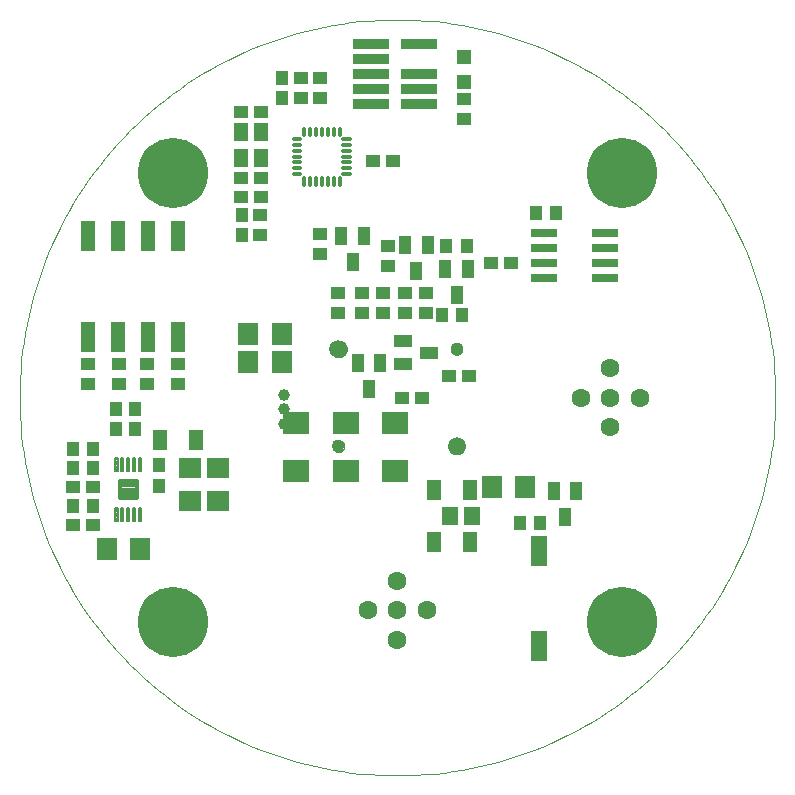
<source format=gts>
G75*
%MOIN*%
%OFA0B0*%
%FSLAX25Y25*%
%IPPOS*%
%LPD*%
%AMOC8*
5,1,8,0,0,1.08239X$1,22.5*
%
%ADD10C,0.00394*%
%ADD11C,0.06306*%
%ADD12C,0.23400*%
%ADD13R,0.09061X0.02762*%
%ADD14R,0.04731X0.04337*%
%ADD15R,0.04337X0.04731*%
%ADD16R,0.05400X0.10400*%
%ADD17C,0.01384*%
%ADD18R,0.12211X0.03550*%
%ADD19R,0.05124X0.05912*%
%ADD20R,0.05124X0.05124*%
%ADD21R,0.04337X0.05912*%
%ADD22R,0.08904X0.07408*%
%ADD23R,0.05124X0.06699*%
%ADD24R,0.05518X0.06306*%
%ADD25C,0.01419*%
%ADD26C,0.00791*%
%ADD27R,0.06699X0.07487*%
%ADD28R,0.07487X0.06699*%
%ADD29C,0.00000*%
%ADD30C,0.04337*%
%ADD31C,0.05912*%
%ADD32R,0.06699X0.07498*%
%ADD33R,0.05912X0.04337*%
%ADD34R,0.04849X0.10006*%
%ADD35C,0.03962*%
D10*
X0001394Y0127378D02*
X0001432Y0130470D01*
X0001546Y0133560D01*
X0001735Y0136646D01*
X0002001Y0139727D01*
X0002341Y0142800D01*
X0002758Y0145864D01*
X0003249Y0148916D01*
X0003815Y0151956D01*
X0004455Y0154981D01*
X0005170Y0157990D01*
X0005958Y0160980D01*
X0006819Y0163949D01*
X0007753Y0166897D01*
X0008759Y0169821D01*
X0009836Y0172719D01*
X0010984Y0175590D01*
X0012202Y0178432D01*
X0013490Y0181243D01*
X0014846Y0184022D01*
X0016270Y0186766D01*
X0017761Y0189475D01*
X0019318Y0192147D01*
X0020940Y0194779D01*
X0022626Y0197371D01*
X0024375Y0199921D01*
X0026187Y0202427D01*
X0028059Y0204887D01*
X0029991Y0207301D01*
X0031982Y0209667D01*
X0034030Y0211984D01*
X0036134Y0214249D01*
X0038294Y0216462D01*
X0040507Y0218622D01*
X0042772Y0220726D01*
X0045089Y0222774D01*
X0047455Y0224765D01*
X0049869Y0226697D01*
X0052329Y0228569D01*
X0054835Y0230381D01*
X0057385Y0232130D01*
X0059977Y0233816D01*
X0062609Y0235438D01*
X0065281Y0236995D01*
X0067990Y0238486D01*
X0070734Y0239910D01*
X0073513Y0241266D01*
X0076324Y0242554D01*
X0079166Y0243772D01*
X0082037Y0244920D01*
X0084935Y0245997D01*
X0087859Y0247003D01*
X0090807Y0247937D01*
X0093776Y0248798D01*
X0096766Y0249586D01*
X0099775Y0250301D01*
X0102800Y0250941D01*
X0105840Y0251507D01*
X0108892Y0251998D01*
X0111956Y0252415D01*
X0115029Y0252755D01*
X0118110Y0253021D01*
X0121196Y0253210D01*
X0124286Y0253324D01*
X0127378Y0253362D01*
X0130470Y0253324D01*
X0133560Y0253210D01*
X0136646Y0253021D01*
X0139727Y0252755D01*
X0142800Y0252415D01*
X0145864Y0251998D01*
X0148916Y0251507D01*
X0151956Y0250941D01*
X0154981Y0250301D01*
X0157990Y0249586D01*
X0160980Y0248798D01*
X0163949Y0247937D01*
X0166897Y0247003D01*
X0169821Y0245997D01*
X0172719Y0244920D01*
X0175590Y0243772D01*
X0178432Y0242554D01*
X0181243Y0241266D01*
X0184022Y0239910D01*
X0186766Y0238486D01*
X0189475Y0236995D01*
X0192147Y0235438D01*
X0194779Y0233816D01*
X0197371Y0232130D01*
X0199921Y0230381D01*
X0202427Y0228569D01*
X0204887Y0226697D01*
X0207301Y0224765D01*
X0209667Y0222774D01*
X0211984Y0220726D01*
X0214249Y0218622D01*
X0216462Y0216462D01*
X0218622Y0214249D01*
X0220726Y0211984D01*
X0222774Y0209667D01*
X0224765Y0207301D01*
X0226697Y0204887D01*
X0228569Y0202427D01*
X0230381Y0199921D01*
X0232130Y0197371D01*
X0233816Y0194779D01*
X0235438Y0192147D01*
X0236995Y0189475D01*
X0238486Y0186766D01*
X0239910Y0184022D01*
X0241266Y0181243D01*
X0242554Y0178432D01*
X0243772Y0175590D01*
X0244920Y0172719D01*
X0245997Y0169821D01*
X0247003Y0166897D01*
X0247937Y0163949D01*
X0248798Y0160980D01*
X0249586Y0157990D01*
X0250301Y0154981D01*
X0250941Y0151956D01*
X0251507Y0148916D01*
X0251998Y0145864D01*
X0252415Y0142800D01*
X0252755Y0139727D01*
X0253021Y0136646D01*
X0253210Y0133560D01*
X0253324Y0130470D01*
X0253362Y0127378D01*
X0253324Y0124286D01*
X0253210Y0121196D01*
X0253021Y0118110D01*
X0252755Y0115029D01*
X0252415Y0111956D01*
X0251998Y0108892D01*
X0251507Y0105840D01*
X0250941Y0102800D01*
X0250301Y0099775D01*
X0249586Y0096766D01*
X0248798Y0093776D01*
X0247937Y0090807D01*
X0247003Y0087859D01*
X0245997Y0084935D01*
X0244920Y0082037D01*
X0243772Y0079166D01*
X0242554Y0076324D01*
X0241266Y0073513D01*
X0239910Y0070734D01*
X0238486Y0067990D01*
X0236995Y0065281D01*
X0235438Y0062609D01*
X0233816Y0059977D01*
X0232130Y0057385D01*
X0230381Y0054835D01*
X0228569Y0052329D01*
X0226697Y0049869D01*
X0224765Y0047455D01*
X0222774Y0045089D01*
X0220726Y0042772D01*
X0218622Y0040507D01*
X0216462Y0038294D01*
X0214249Y0036134D01*
X0211984Y0034030D01*
X0209667Y0031982D01*
X0207301Y0029991D01*
X0204887Y0028059D01*
X0202427Y0026187D01*
X0199921Y0024375D01*
X0197371Y0022626D01*
X0194779Y0020940D01*
X0192147Y0019318D01*
X0189475Y0017761D01*
X0186766Y0016270D01*
X0184022Y0014846D01*
X0181243Y0013490D01*
X0178432Y0012202D01*
X0175590Y0010984D01*
X0172719Y0009836D01*
X0169821Y0008759D01*
X0166897Y0007753D01*
X0163949Y0006819D01*
X0160980Y0005958D01*
X0157990Y0005170D01*
X0154981Y0004455D01*
X0151956Y0003815D01*
X0148916Y0003249D01*
X0145864Y0002758D01*
X0142800Y0002341D01*
X0139727Y0002001D01*
X0136646Y0001735D01*
X0133560Y0001546D01*
X0130470Y0001432D01*
X0127378Y0001394D01*
X0124286Y0001432D01*
X0121196Y0001546D01*
X0118110Y0001735D01*
X0115029Y0002001D01*
X0111956Y0002341D01*
X0108892Y0002758D01*
X0105840Y0003249D01*
X0102800Y0003815D01*
X0099775Y0004455D01*
X0096766Y0005170D01*
X0093776Y0005958D01*
X0090807Y0006819D01*
X0087859Y0007753D01*
X0084935Y0008759D01*
X0082037Y0009836D01*
X0079166Y0010984D01*
X0076324Y0012202D01*
X0073513Y0013490D01*
X0070734Y0014846D01*
X0067990Y0016270D01*
X0065281Y0017761D01*
X0062609Y0019318D01*
X0059977Y0020940D01*
X0057385Y0022626D01*
X0054835Y0024375D01*
X0052329Y0026187D01*
X0049869Y0028059D01*
X0047455Y0029991D01*
X0045089Y0031982D01*
X0042772Y0034030D01*
X0040507Y0036134D01*
X0038294Y0038294D01*
X0036134Y0040507D01*
X0034030Y0042772D01*
X0031982Y0045089D01*
X0029991Y0047455D01*
X0028059Y0049869D01*
X0026187Y0052329D01*
X0024375Y0054835D01*
X0022626Y0057385D01*
X0020940Y0059977D01*
X0019318Y0062609D01*
X0017761Y0065281D01*
X0016270Y0067990D01*
X0014846Y0070734D01*
X0013490Y0073513D01*
X0012202Y0076324D01*
X0010984Y0079166D01*
X0009836Y0082037D01*
X0008759Y0084935D01*
X0007753Y0087859D01*
X0006819Y0090807D01*
X0005958Y0093776D01*
X0005170Y0096766D01*
X0004455Y0099775D01*
X0003815Y0102800D01*
X0003249Y0105840D01*
X0002758Y0108892D01*
X0002341Y0111956D01*
X0002001Y0115029D01*
X0001735Y0118110D01*
X0001546Y0121196D01*
X0001432Y0124286D01*
X0001394Y0127378D01*
D11*
X0117535Y0056512D03*
X0127378Y0056512D03*
X0137220Y0056512D03*
X0127378Y0046669D03*
X0127378Y0066354D03*
X0188402Y0127378D03*
X0198244Y0127378D03*
X0198244Y0137220D03*
X0208087Y0127378D03*
X0198244Y0117535D03*
D12*
X0052575Y0052575D03*
X0052575Y0202181D03*
X0202181Y0202181D03*
X0202181Y0052575D03*
D13*
X0196669Y0167122D03*
X0196669Y0172122D03*
X0196669Y0177122D03*
X0196669Y0182122D03*
X0176197Y0182122D03*
X0176197Y0177122D03*
X0176197Y0172122D03*
X0176197Y0167122D03*
D14*
X0165370Y0172260D03*
X0158677Y0172260D03*
X0136827Y0162220D03*
X0136827Y0155528D03*
X0129740Y0155528D03*
X0129740Y0162220D03*
X0122654Y0162220D03*
X0122654Y0155528D03*
X0115567Y0155528D03*
X0115567Y0162220D03*
X0107693Y0162220D03*
X0107693Y0155528D03*
X0124228Y0171276D03*
X0124228Y0177969D03*
X0101394Y0175213D03*
X0101394Y0181906D03*
X0081709Y0181512D03*
X0081709Y0188205D03*
X0081906Y0194307D03*
X0081906Y0200606D03*
X0075213Y0200606D03*
X0075213Y0194307D03*
X0075213Y0222654D03*
X0081906Y0222654D03*
X0095094Y0227181D03*
X0101394Y0227181D03*
X0101394Y0233874D03*
X0095094Y0233874D03*
X0119307Y0206118D03*
X0126000Y0206118D03*
X0149425Y0220094D03*
X0149425Y0226787D03*
X0151197Y0134465D03*
X0144504Y0134465D03*
X0135449Y0127378D03*
X0128756Y0127378D03*
X0054150Y0131906D03*
X0054150Y0138598D03*
X0043913Y0138598D03*
X0043913Y0131906D03*
X0034465Y0131906D03*
X0034465Y0138598D03*
X0024228Y0138598D03*
X0024228Y0131906D03*
X0026000Y0097457D03*
X0019307Y0097457D03*
X0019307Y0084858D03*
X0026000Y0084858D03*
D15*
X0026000Y0091157D03*
X0019307Y0091157D03*
X0019307Y0103756D03*
X0019307Y0110055D03*
X0026000Y0110055D03*
X0026000Y0103756D03*
X0033677Y0116945D03*
X0039976Y0116945D03*
X0039976Y0123638D03*
X0033677Y0123638D03*
X0047850Y0104740D03*
X0047850Y0098047D03*
X0075409Y0181512D03*
X0075409Y0188205D03*
X0088795Y0227181D03*
X0088795Y0233874D03*
X0143717Y0177772D03*
X0150409Y0177772D03*
X0148835Y0154937D03*
X0142142Y0154937D03*
X0173638Y0188795D03*
X0180331Y0188795D03*
X0174819Y0085646D03*
X0168126Y0085646D03*
D16*
X0174622Y0076197D03*
X0174622Y0044701D03*
D17*
X0108087Y0198342D02*
X0108087Y0200508D01*
X0106118Y0200508D02*
X0106118Y0198342D01*
X0104150Y0198342D02*
X0104150Y0200508D01*
X0102181Y0200508D02*
X0102181Y0198342D01*
X0100213Y0198342D02*
X0100213Y0200508D01*
X0098244Y0200508D02*
X0098244Y0198342D01*
X0096276Y0198342D02*
X0096276Y0200508D01*
X0094996Y0201787D02*
X0092830Y0201787D01*
X0092830Y0203756D02*
X0094996Y0203756D01*
X0094996Y0205724D02*
X0092830Y0205724D01*
X0092830Y0207693D02*
X0094996Y0207693D01*
X0094996Y0209661D02*
X0092830Y0209661D01*
X0092830Y0211630D02*
X0094996Y0211630D01*
X0094996Y0213598D02*
X0092830Y0213598D01*
X0096276Y0214878D02*
X0096276Y0217044D01*
X0098244Y0217044D02*
X0098244Y0214878D01*
X0100213Y0214878D02*
X0100213Y0217044D01*
X0102181Y0217044D02*
X0102181Y0214878D01*
X0104150Y0214878D02*
X0104150Y0217044D01*
X0106118Y0217044D02*
X0106118Y0214878D01*
X0108087Y0214878D02*
X0108087Y0217044D01*
X0109366Y0213598D02*
X0111532Y0213598D01*
X0111532Y0211630D02*
X0109366Y0211630D01*
X0109366Y0209661D02*
X0111532Y0209661D01*
X0111532Y0207693D02*
X0109366Y0207693D01*
X0109366Y0205724D02*
X0111532Y0205724D01*
X0111532Y0203756D02*
X0109366Y0203756D01*
X0109366Y0201787D02*
X0111532Y0201787D01*
D18*
X0118717Y0225252D03*
X0118717Y0230252D03*
X0118717Y0235252D03*
X0118717Y0240252D03*
X0118717Y0245252D03*
X0134465Y0245252D03*
X0134465Y0235252D03*
X0134465Y0230252D03*
X0134465Y0225252D03*
D19*
X0081906Y0215961D03*
X0075213Y0215961D03*
X0075213Y0207299D03*
X0081906Y0207299D03*
D20*
X0149425Y0232693D03*
X0149425Y0240961D03*
D21*
X0116157Y0181315D03*
X0108677Y0181315D03*
X0112417Y0172654D03*
X0129937Y0178165D03*
X0137417Y0178165D03*
X0143323Y0170291D03*
X0150803Y0170291D03*
X0147063Y0161630D03*
X0133677Y0169504D03*
X0121669Y0138795D03*
X0114189Y0138795D03*
X0117929Y0130134D03*
X0179543Y0096276D03*
X0187024Y0096276D03*
X0183283Y0087614D03*
D22*
X0126591Y0102850D03*
X0110055Y0102850D03*
X0110055Y0118874D03*
X0126591Y0118874D03*
X0093520Y0118874D03*
X0093520Y0102850D03*
D23*
X0060055Y0113205D03*
X0048244Y0113205D03*
X0139583Y0096669D03*
X0151394Y0096669D03*
X0151394Y0079346D03*
X0139583Y0079346D03*
D24*
X0144898Y0088008D03*
X0152378Y0088008D03*
D25*
X0040451Y0093832D02*
X0034777Y0093832D01*
X0034777Y0099506D01*
X0040451Y0099506D01*
X0040451Y0093832D01*
X0040451Y0095250D02*
X0034777Y0095250D01*
X0034777Y0096668D02*
X0040451Y0096668D01*
X0040451Y0098086D02*
X0034777Y0098086D01*
X0034777Y0099504D02*
X0040451Y0099504D01*
D26*
X0039978Y0102770D02*
X0039188Y0102770D01*
X0039188Y0107104D01*
X0039978Y0107104D01*
X0039978Y0102770D01*
X0039978Y0103560D02*
X0039188Y0103560D01*
X0039188Y0104350D02*
X0039978Y0104350D01*
X0039978Y0105140D02*
X0039188Y0105140D01*
X0039188Y0105930D02*
X0039978Y0105930D01*
X0039978Y0106720D02*
X0039188Y0106720D01*
X0038009Y0102770D02*
X0037219Y0102770D01*
X0037219Y0107104D01*
X0038009Y0107104D01*
X0038009Y0102770D01*
X0038009Y0103560D02*
X0037219Y0103560D01*
X0037219Y0104350D02*
X0038009Y0104350D01*
X0038009Y0105140D02*
X0037219Y0105140D01*
X0037219Y0105930D02*
X0038009Y0105930D01*
X0038009Y0106720D02*
X0037219Y0106720D01*
X0036041Y0102770D02*
X0035251Y0102770D01*
X0035251Y0107104D01*
X0036041Y0107104D01*
X0036041Y0102770D01*
X0036041Y0103560D02*
X0035251Y0103560D01*
X0035251Y0104350D02*
X0036041Y0104350D01*
X0036041Y0105140D02*
X0035251Y0105140D01*
X0035251Y0105930D02*
X0036041Y0105930D01*
X0036041Y0106720D02*
X0035251Y0106720D01*
X0034072Y0102770D02*
X0033282Y0102770D01*
X0033282Y0107104D01*
X0034072Y0107104D01*
X0034072Y0102770D01*
X0034072Y0103560D02*
X0033282Y0103560D01*
X0033282Y0104350D02*
X0034072Y0104350D01*
X0034072Y0105140D02*
X0033282Y0105140D01*
X0033282Y0105930D02*
X0034072Y0105930D01*
X0034072Y0106720D02*
X0033282Y0106720D01*
X0041156Y0102770D02*
X0041946Y0102770D01*
X0041156Y0102770D02*
X0041156Y0107104D01*
X0041946Y0107104D01*
X0041946Y0102770D01*
X0041946Y0103560D02*
X0041156Y0103560D01*
X0041156Y0104350D02*
X0041946Y0104350D01*
X0041946Y0105140D02*
X0041156Y0105140D01*
X0041156Y0105930D02*
X0041946Y0105930D01*
X0041946Y0106720D02*
X0041156Y0106720D01*
X0041156Y0086235D02*
X0041946Y0086235D01*
X0041156Y0086235D02*
X0041156Y0090569D01*
X0041946Y0090569D01*
X0041946Y0086235D01*
X0041946Y0087025D02*
X0041156Y0087025D01*
X0041156Y0087815D02*
X0041946Y0087815D01*
X0041946Y0088605D02*
X0041156Y0088605D01*
X0041156Y0089395D02*
X0041946Y0089395D01*
X0041946Y0090185D02*
X0041156Y0090185D01*
X0039978Y0086235D02*
X0039188Y0086235D01*
X0039188Y0090569D01*
X0039978Y0090569D01*
X0039978Y0086235D01*
X0039978Y0087025D02*
X0039188Y0087025D01*
X0039188Y0087815D02*
X0039978Y0087815D01*
X0039978Y0088605D02*
X0039188Y0088605D01*
X0039188Y0089395D02*
X0039978Y0089395D01*
X0039978Y0090185D02*
X0039188Y0090185D01*
X0038009Y0086235D02*
X0037219Y0086235D01*
X0037219Y0090569D01*
X0038009Y0090569D01*
X0038009Y0086235D01*
X0038009Y0087025D02*
X0037219Y0087025D01*
X0037219Y0087815D02*
X0038009Y0087815D01*
X0038009Y0088605D02*
X0037219Y0088605D01*
X0037219Y0089395D02*
X0038009Y0089395D01*
X0038009Y0090185D02*
X0037219Y0090185D01*
X0036041Y0086235D02*
X0035251Y0086235D01*
X0035251Y0090569D01*
X0036041Y0090569D01*
X0036041Y0086235D01*
X0036041Y0087025D02*
X0035251Y0087025D01*
X0035251Y0087815D02*
X0036041Y0087815D01*
X0036041Y0088605D02*
X0035251Y0088605D01*
X0035251Y0089395D02*
X0036041Y0089395D01*
X0036041Y0090185D02*
X0035251Y0090185D01*
X0034072Y0086235D02*
X0033282Y0086235D01*
X0033282Y0090569D01*
X0034072Y0090569D01*
X0034072Y0086235D01*
X0034072Y0087025D02*
X0033282Y0087025D01*
X0033282Y0087815D02*
X0034072Y0087815D01*
X0034072Y0088605D02*
X0033282Y0088605D01*
X0033282Y0089395D02*
X0034072Y0089395D01*
X0034072Y0090185D02*
X0033282Y0090185D01*
D27*
X0030528Y0076984D03*
X0041551Y0076984D03*
X0158874Y0097457D03*
X0169898Y0097457D03*
D28*
X0067535Y0092732D03*
X0058087Y0092732D03*
X0058087Y0103756D03*
X0067535Y0103756D03*
D29*
X0105724Y0111177D02*
X0105726Y0111265D01*
X0105732Y0111353D01*
X0105742Y0111441D01*
X0105756Y0111529D01*
X0105773Y0111615D01*
X0105795Y0111701D01*
X0105820Y0111785D01*
X0105850Y0111869D01*
X0105882Y0111951D01*
X0105919Y0112031D01*
X0105959Y0112110D01*
X0106003Y0112187D01*
X0106050Y0112262D01*
X0106100Y0112334D01*
X0106154Y0112405D01*
X0106210Y0112472D01*
X0106270Y0112538D01*
X0106332Y0112600D01*
X0106398Y0112660D01*
X0106465Y0112716D01*
X0106536Y0112770D01*
X0106608Y0112820D01*
X0106683Y0112867D01*
X0106760Y0112911D01*
X0106839Y0112951D01*
X0106919Y0112988D01*
X0107001Y0113020D01*
X0107085Y0113050D01*
X0107169Y0113075D01*
X0107255Y0113097D01*
X0107341Y0113114D01*
X0107429Y0113128D01*
X0107517Y0113138D01*
X0107605Y0113144D01*
X0107693Y0113146D01*
X0107781Y0113144D01*
X0107869Y0113138D01*
X0107957Y0113128D01*
X0108045Y0113114D01*
X0108131Y0113097D01*
X0108217Y0113075D01*
X0108301Y0113050D01*
X0108385Y0113020D01*
X0108467Y0112988D01*
X0108547Y0112951D01*
X0108626Y0112911D01*
X0108703Y0112867D01*
X0108778Y0112820D01*
X0108850Y0112770D01*
X0108921Y0112716D01*
X0108988Y0112660D01*
X0109054Y0112600D01*
X0109116Y0112538D01*
X0109176Y0112472D01*
X0109232Y0112405D01*
X0109286Y0112334D01*
X0109336Y0112262D01*
X0109383Y0112187D01*
X0109427Y0112110D01*
X0109467Y0112031D01*
X0109504Y0111951D01*
X0109536Y0111869D01*
X0109566Y0111785D01*
X0109591Y0111701D01*
X0109613Y0111615D01*
X0109630Y0111529D01*
X0109644Y0111441D01*
X0109654Y0111353D01*
X0109660Y0111265D01*
X0109662Y0111177D01*
X0109660Y0111089D01*
X0109654Y0111001D01*
X0109644Y0110913D01*
X0109630Y0110825D01*
X0109613Y0110739D01*
X0109591Y0110653D01*
X0109566Y0110569D01*
X0109536Y0110485D01*
X0109504Y0110403D01*
X0109467Y0110323D01*
X0109427Y0110244D01*
X0109383Y0110167D01*
X0109336Y0110092D01*
X0109286Y0110020D01*
X0109232Y0109949D01*
X0109176Y0109882D01*
X0109116Y0109816D01*
X0109054Y0109754D01*
X0108988Y0109694D01*
X0108921Y0109638D01*
X0108850Y0109584D01*
X0108778Y0109534D01*
X0108703Y0109487D01*
X0108626Y0109443D01*
X0108547Y0109403D01*
X0108467Y0109366D01*
X0108385Y0109334D01*
X0108301Y0109304D01*
X0108217Y0109279D01*
X0108131Y0109257D01*
X0108045Y0109240D01*
X0107957Y0109226D01*
X0107869Y0109216D01*
X0107781Y0109210D01*
X0107693Y0109208D01*
X0107605Y0109210D01*
X0107517Y0109216D01*
X0107429Y0109226D01*
X0107341Y0109240D01*
X0107255Y0109257D01*
X0107169Y0109279D01*
X0107085Y0109304D01*
X0107001Y0109334D01*
X0106919Y0109366D01*
X0106839Y0109403D01*
X0106760Y0109443D01*
X0106683Y0109487D01*
X0106608Y0109534D01*
X0106536Y0109584D01*
X0106465Y0109638D01*
X0106398Y0109694D01*
X0106332Y0109754D01*
X0106270Y0109816D01*
X0106210Y0109882D01*
X0106154Y0109949D01*
X0106100Y0110020D01*
X0106050Y0110092D01*
X0106003Y0110167D01*
X0105959Y0110244D01*
X0105919Y0110323D01*
X0105882Y0110403D01*
X0105850Y0110485D01*
X0105820Y0110569D01*
X0105795Y0110653D01*
X0105773Y0110739D01*
X0105756Y0110825D01*
X0105742Y0110913D01*
X0105732Y0111001D01*
X0105726Y0111089D01*
X0105724Y0111177D01*
X0104937Y0143579D02*
X0104939Y0143684D01*
X0104945Y0143789D01*
X0104955Y0143893D01*
X0104969Y0143997D01*
X0104987Y0144101D01*
X0105009Y0144203D01*
X0105034Y0144305D01*
X0105064Y0144406D01*
X0105097Y0144505D01*
X0105134Y0144603D01*
X0105175Y0144700D01*
X0105220Y0144795D01*
X0105268Y0144888D01*
X0105319Y0144980D01*
X0105375Y0145069D01*
X0105433Y0145156D01*
X0105495Y0145241D01*
X0105559Y0145324D01*
X0105627Y0145404D01*
X0105698Y0145481D01*
X0105772Y0145555D01*
X0105849Y0145627D01*
X0105928Y0145696D01*
X0106010Y0145761D01*
X0106094Y0145824D01*
X0106181Y0145883D01*
X0106270Y0145939D01*
X0106361Y0145992D01*
X0106454Y0146041D01*
X0106548Y0146086D01*
X0106644Y0146128D01*
X0106742Y0146166D01*
X0106841Y0146200D01*
X0106942Y0146231D01*
X0107043Y0146257D01*
X0107146Y0146280D01*
X0107249Y0146299D01*
X0107353Y0146314D01*
X0107457Y0146325D01*
X0107562Y0146332D01*
X0107667Y0146335D01*
X0107772Y0146334D01*
X0107877Y0146329D01*
X0107981Y0146320D01*
X0108085Y0146307D01*
X0108189Y0146290D01*
X0108292Y0146269D01*
X0108394Y0146244D01*
X0108495Y0146216D01*
X0108594Y0146183D01*
X0108693Y0146147D01*
X0108790Y0146107D01*
X0108885Y0146064D01*
X0108979Y0146016D01*
X0109071Y0145966D01*
X0109161Y0145912D01*
X0109249Y0145854D01*
X0109334Y0145793D01*
X0109417Y0145729D01*
X0109498Y0145662D01*
X0109576Y0145592D01*
X0109651Y0145518D01*
X0109723Y0145443D01*
X0109793Y0145364D01*
X0109859Y0145283D01*
X0109923Y0145199D01*
X0109983Y0145113D01*
X0110039Y0145025D01*
X0110093Y0144934D01*
X0110143Y0144842D01*
X0110189Y0144748D01*
X0110232Y0144652D01*
X0110271Y0144554D01*
X0110306Y0144456D01*
X0110337Y0144355D01*
X0110365Y0144254D01*
X0110389Y0144152D01*
X0110409Y0144049D01*
X0110425Y0143945D01*
X0110437Y0143841D01*
X0110445Y0143736D01*
X0110449Y0143631D01*
X0110449Y0143527D01*
X0110445Y0143422D01*
X0110437Y0143317D01*
X0110425Y0143213D01*
X0110409Y0143109D01*
X0110389Y0143006D01*
X0110365Y0142904D01*
X0110337Y0142803D01*
X0110306Y0142702D01*
X0110271Y0142604D01*
X0110232Y0142506D01*
X0110189Y0142410D01*
X0110143Y0142316D01*
X0110093Y0142224D01*
X0110039Y0142133D01*
X0109983Y0142045D01*
X0109923Y0141959D01*
X0109859Y0141875D01*
X0109793Y0141794D01*
X0109723Y0141715D01*
X0109651Y0141640D01*
X0109576Y0141566D01*
X0109498Y0141496D01*
X0109417Y0141429D01*
X0109334Y0141365D01*
X0109249Y0141304D01*
X0109161Y0141246D01*
X0109071Y0141192D01*
X0108979Y0141142D01*
X0108885Y0141094D01*
X0108790Y0141051D01*
X0108693Y0141011D01*
X0108594Y0140975D01*
X0108495Y0140942D01*
X0108394Y0140914D01*
X0108292Y0140889D01*
X0108189Y0140868D01*
X0108085Y0140851D01*
X0107981Y0140838D01*
X0107877Y0140829D01*
X0107772Y0140824D01*
X0107667Y0140823D01*
X0107562Y0140826D01*
X0107457Y0140833D01*
X0107353Y0140844D01*
X0107249Y0140859D01*
X0107146Y0140878D01*
X0107043Y0140901D01*
X0106942Y0140927D01*
X0106841Y0140958D01*
X0106742Y0140992D01*
X0106644Y0141030D01*
X0106548Y0141072D01*
X0106454Y0141117D01*
X0106361Y0141166D01*
X0106270Y0141219D01*
X0106181Y0141275D01*
X0106094Y0141334D01*
X0106010Y0141397D01*
X0105928Y0141462D01*
X0105849Y0141531D01*
X0105772Y0141603D01*
X0105698Y0141677D01*
X0105627Y0141754D01*
X0105559Y0141834D01*
X0105495Y0141917D01*
X0105433Y0142002D01*
X0105375Y0142089D01*
X0105319Y0142178D01*
X0105268Y0142270D01*
X0105220Y0142363D01*
X0105175Y0142458D01*
X0105134Y0142555D01*
X0105097Y0142653D01*
X0105064Y0142752D01*
X0105034Y0142853D01*
X0105009Y0142955D01*
X0104987Y0143057D01*
X0104969Y0143161D01*
X0104955Y0143265D01*
X0104945Y0143369D01*
X0104939Y0143474D01*
X0104937Y0143579D01*
X0145094Y0143579D02*
X0145096Y0143667D01*
X0145102Y0143755D01*
X0145112Y0143843D01*
X0145126Y0143931D01*
X0145143Y0144017D01*
X0145165Y0144103D01*
X0145190Y0144187D01*
X0145220Y0144271D01*
X0145252Y0144353D01*
X0145289Y0144433D01*
X0145329Y0144512D01*
X0145373Y0144589D01*
X0145420Y0144664D01*
X0145470Y0144736D01*
X0145524Y0144807D01*
X0145580Y0144874D01*
X0145640Y0144940D01*
X0145702Y0145002D01*
X0145768Y0145062D01*
X0145835Y0145118D01*
X0145906Y0145172D01*
X0145978Y0145222D01*
X0146053Y0145269D01*
X0146130Y0145313D01*
X0146209Y0145353D01*
X0146289Y0145390D01*
X0146371Y0145422D01*
X0146455Y0145452D01*
X0146539Y0145477D01*
X0146625Y0145499D01*
X0146711Y0145516D01*
X0146799Y0145530D01*
X0146887Y0145540D01*
X0146975Y0145546D01*
X0147063Y0145548D01*
X0147151Y0145546D01*
X0147239Y0145540D01*
X0147327Y0145530D01*
X0147415Y0145516D01*
X0147501Y0145499D01*
X0147587Y0145477D01*
X0147671Y0145452D01*
X0147755Y0145422D01*
X0147837Y0145390D01*
X0147917Y0145353D01*
X0147996Y0145313D01*
X0148073Y0145269D01*
X0148148Y0145222D01*
X0148220Y0145172D01*
X0148291Y0145118D01*
X0148358Y0145062D01*
X0148424Y0145002D01*
X0148486Y0144940D01*
X0148546Y0144874D01*
X0148602Y0144807D01*
X0148656Y0144736D01*
X0148706Y0144664D01*
X0148753Y0144589D01*
X0148797Y0144512D01*
X0148837Y0144433D01*
X0148874Y0144353D01*
X0148906Y0144271D01*
X0148936Y0144187D01*
X0148961Y0144103D01*
X0148983Y0144017D01*
X0149000Y0143931D01*
X0149014Y0143843D01*
X0149024Y0143755D01*
X0149030Y0143667D01*
X0149032Y0143579D01*
X0149030Y0143491D01*
X0149024Y0143403D01*
X0149014Y0143315D01*
X0149000Y0143227D01*
X0148983Y0143141D01*
X0148961Y0143055D01*
X0148936Y0142971D01*
X0148906Y0142887D01*
X0148874Y0142805D01*
X0148837Y0142725D01*
X0148797Y0142646D01*
X0148753Y0142569D01*
X0148706Y0142494D01*
X0148656Y0142422D01*
X0148602Y0142351D01*
X0148546Y0142284D01*
X0148486Y0142218D01*
X0148424Y0142156D01*
X0148358Y0142096D01*
X0148291Y0142040D01*
X0148220Y0141986D01*
X0148148Y0141936D01*
X0148073Y0141889D01*
X0147996Y0141845D01*
X0147917Y0141805D01*
X0147837Y0141768D01*
X0147755Y0141736D01*
X0147671Y0141706D01*
X0147587Y0141681D01*
X0147501Y0141659D01*
X0147415Y0141642D01*
X0147327Y0141628D01*
X0147239Y0141618D01*
X0147151Y0141612D01*
X0147063Y0141610D01*
X0146975Y0141612D01*
X0146887Y0141618D01*
X0146799Y0141628D01*
X0146711Y0141642D01*
X0146625Y0141659D01*
X0146539Y0141681D01*
X0146455Y0141706D01*
X0146371Y0141736D01*
X0146289Y0141768D01*
X0146209Y0141805D01*
X0146130Y0141845D01*
X0146053Y0141889D01*
X0145978Y0141936D01*
X0145906Y0141986D01*
X0145835Y0142040D01*
X0145768Y0142096D01*
X0145702Y0142156D01*
X0145640Y0142218D01*
X0145580Y0142284D01*
X0145524Y0142351D01*
X0145470Y0142422D01*
X0145420Y0142494D01*
X0145373Y0142569D01*
X0145329Y0142646D01*
X0145289Y0142725D01*
X0145252Y0142805D01*
X0145220Y0142887D01*
X0145190Y0142971D01*
X0145165Y0143055D01*
X0145143Y0143141D01*
X0145126Y0143227D01*
X0145112Y0143315D01*
X0145102Y0143403D01*
X0145096Y0143491D01*
X0145094Y0143579D01*
X0144307Y0111177D02*
X0144309Y0111282D01*
X0144315Y0111387D01*
X0144325Y0111491D01*
X0144339Y0111595D01*
X0144357Y0111699D01*
X0144379Y0111801D01*
X0144404Y0111903D01*
X0144434Y0112004D01*
X0144467Y0112103D01*
X0144504Y0112201D01*
X0144545Y0112298D01*
X0144590Y0112393D01*
X0144638Y0112486D01*
X0144689Y0112578D01*
X0144745Y0112667D01*
X0144803Y0112754D01*
X0144865Y0112839D01*
X0144929Y0112922D01*
X0144997Y0113002D01*
X0145068Y0113079D01*
X0145142Y0113153D01*
X0145219Y0113225D01*
X0145298Y0113294D01*
X0145380Y0113359D01*
X0145464Y0113422D01*
X0145551Y0113481D01*
X0145640Y0113537D01*
X0145731Y0113590D01*
X0145824Y0113639D01*
X0145918Y0113684D01*
X0146014Y0113726D01*
X0146112Y0113764D01*
X0146211Y0113798D01*
X0146312Y0113829D01*
X0146413Y0113855D01*
X0146516Y0113878D01*
X0146619Y0113897D01*
X0146723Y0113912D01*
X0146827Y0113923D01*
X0146932Y0113930D01*
X0147037Y0113933D01*
X0147142Y0113932D01*
X0147247Y0113927D01*
X0147351Y0113918D01*
X0147455Y0113905D01*
X0147559Y0113888D01*
X0147662Y0113867D01*
X0147764Y0113842D01*
X0147865Y0113814D01*
X0147964Y0113781D01*
X0148063Y0113745D01*
X0148160Y0113705D01*
X0148255Y0113662D01*
X0148349Y0113614D01*
X0148441Y0113564D01*
X0148531Y0113510D01*
X0148619Y0113452D01*
X0148704Y0113391D01*
X0148787Y0113327D01*
X0148868Y0113260D01*
X0148946Y0113190D01*
X0149021Y0113116D01*
X0149093Y0113041D01*
X0149163Y0112962D01*
X0149229Y0112881D01*
X0149293Y0112797D01*
X0149353Y0112711D01*
X0149409Y0112623D01*
X0149463Y0112532D01*
X0149513Y0112440D01*
X0149559Y0112346D01*
X0149602Y0112250D01*
X0149641Y0112152D01*
X0149676Y0112054D01*
X0149707Y0111953D01*
X0149735Y0111852D01*
X0149759Y0111750D01*
X0149779Y0111647D01*
X0149795Y0111543D01*
X0149807Y0111439D01*
X0149815Y0111334D01*
X0149819Y0111229D01*
X0149819Y0111125D01*
X0149815Y0111020D01*
X0149807Y0110915D01*
X0149795Y0110811D01*
X0149779Y0110707D01*
X0149759Y0110604D01*
X0149735Y0110502D01*
X0149707Y0110401D01*
X0149676Y0110300D01*
X0149641Y0110202D01*
X0149602Y0110104D01*
X0149559Y0110008D01*
X0149513Y0109914D01*
X0149463Y0109822D01*
X0149409Y0109731D01*
X0149353Y0109643D01*
X0149293Y0109557D01*
X0149229Y0109473D01*
X0149163Y0109392D01*
X0149093Y0109313D01*
X0149021Y0109238D01*
X0148946Y0109164D01*
X0148868Y0109094D01*
X0148787Y0109027D01*
X0148704Y0108963D01*
X0148619Y0108902D01*
X0148531Y0108844D01*
X0148441Y0108790D01*
X0148349Y0108740D01*
X0148255Y0108692D01*
X0148160Y0108649D01*
X0148063Y0108609D01*
X0147964Y0108573D01*
X0147865Y0108540D01*
X0147764Y0108512D01*
X0147662Y0108487D01*
X0147559Y0108466D01*
X0147455Y0108449D01*
X0147351Y0108436D01*
X0147247Y0108427D01*
X0147142Y0108422D01*
X0147037Y0108421D01*
X0146932Y0108424D01*
X0146827Y0108431D01*
X0146723Y0108442D01*
X0146619Y0108457D01*
X0146516Y0108476D01*
X0146413Y0108499D01*
X0146312Y0108525D01*
X0146211Y0108556D01*
X0146112Y0108590D01*
X0146014Y0108628D01*
X0145918Y0108670D01*
X0145824Y0108715D01*
X0145731Y0108764D01*
X0145640Y0108817D01*
X0145551Y0108873D01*
X0145464Y0108932D01*
X0145380Y0108995D01*
X0145298Y0109060D01*
X0145219Y0109129D01*
X0145142Y0109201D01*
X0145068Y0109275D01*
X0144997Y0109352D01*
X0144929Y0109432D01*
X0144865Y0109515D01*
X0144803Y0109600D01*
X0144745Y0109687D01*
X0144689Y0109776D01*
X0144638Y0109868D01*
X0144590Y0109961D01*
X0144545Y0110056D01*
X0144504Y0110153D01*
X0144467Y0110251D01*
X0144434Y0110350D01*
X0144404Y0110451D01*
X0144379Y0110553D01*
X0144357Y0110655D01*
X0144339Y0110759D01*
X0144325Y0110863D01*
X0144315Y0110967D01*
X0144309Y0111072D01*
X0144307Y0111177D01*
D30*
X0147063Y0143579D03*
X0107693Y0111177D03*
D31*
X0107693Y0143579D03*
X0147063Y0111177D03*
D32*
X0088882Y0139189D03*
X0088882Y0148638D03*
X0077685Y0148638D03*
X0077685Y0139189D03*
D33*
X0129346Y0138598D03*
X0129346Y0146079D03*
X0138008Y0142339D03*
D34*
X0054189Y0147457D03*
X0044189Y0147457D03*
X0034189Y0147457D03*
X0024189Y0147457D03*
X0024189Y0181315D03*
X0034189Y0181315D03*
X0044189Y0181315D03*
X0054189Y0181315D03*
D35*
X0089583Y0128165D03*
X0089583Y0123441D03*
X0089583Y0118717D03*
M02*

</source>
